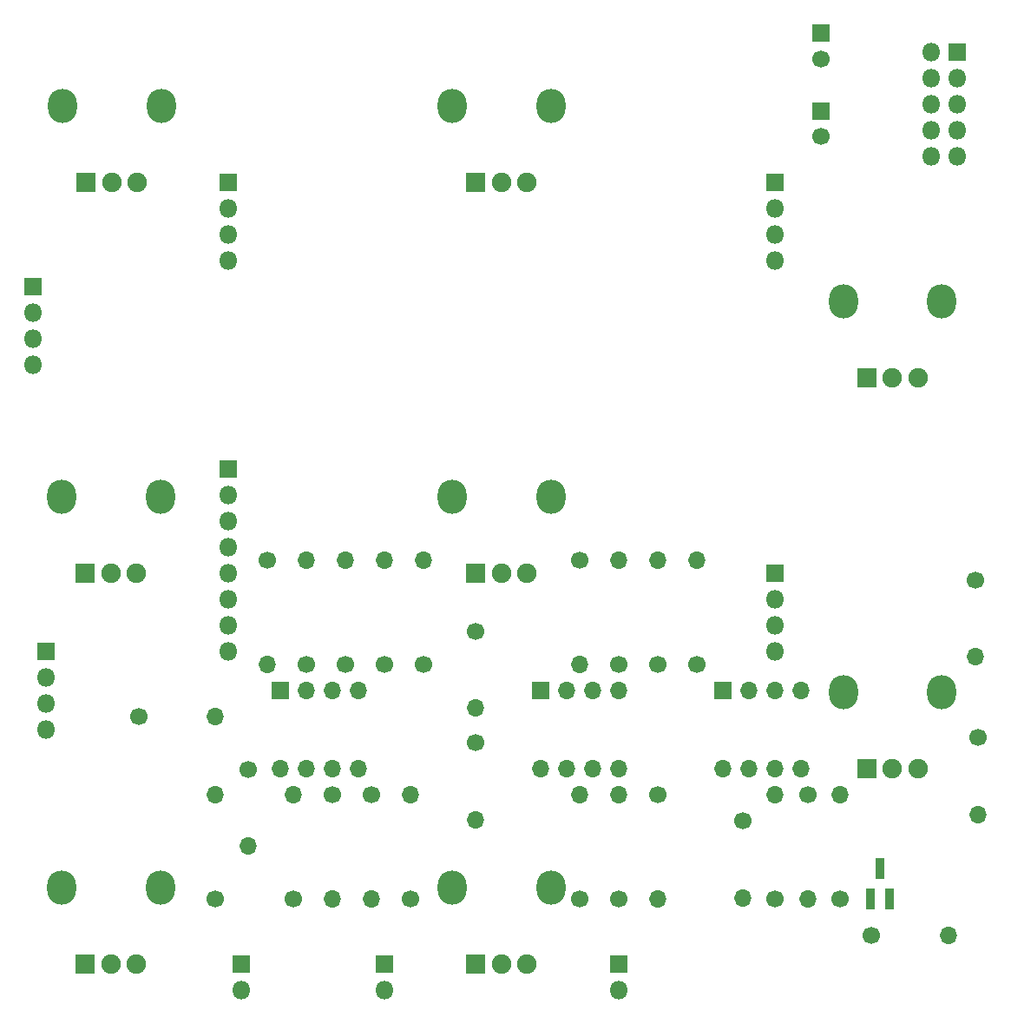
<source format=gbr>
G04 #@! TF.GenerationSoftware,KiCad,Pcbnew,5.1.6-c6e7f7d~86~ubuntu18.04.1*
G04 #@! TF.CreationDate,2020-06-20T09:53:32-04:00*
G04 #@! TF.ProjectId,filter_carrier_board,66696c74-6572-45f6-9361-72726965725f,rev?*
G04 #@! TF.SameCoordinates,Original*
G04 #@! TF.FileFunction,Soldermask,Bot*
G04 #@! TF.FilePolarity,Negative*
%FSLAX46Y46*%
G04 Gerber Fmt 4.6, Leading zero omitted, Abs format (unit mm)*
G04 Created by KiCad (PCBNEW 5.1.6-c6e7f7d~86~ubuntu18.04.1) date 2020-06-20 09:53:32*
%MOMM*%
%LPD*%
G01*
G04 APERTURE LIST*
%ADD10R,0.900000X2.000000*%
%ADD11O,1.700000X1.700000*%
%ADD12R,1.700000X1.700000*%
%ADD13C,1.700000*%
%ADD14O,2.820000X3.340000*%
%ADD15C,1.900000*%
%ADD16R,1.900000X1.900000*%
%ADD17O,1.800000X1.800000*%
%ADD18R,1.800000X1.800000*%
G04 APERTURE END LIST*
D10*
X188026000Y-135430000D03*
X187076000Y-138430000D03*
X188976000Y-138430000D03*
D11*
X172720000Y-125730000D03*
X180340000Y-118110000D03*
X175260000Y-125730000D03*
X177800000Y-118110000D03*
X177800000Y-125730000D03*
X175260000Y-118110000D03*
X180340000Y-125730000D03*
D12*
X172720000Y-118110000D03*
D11*
X177800000Y-128270000D03*
D13*
X177800000Y-138430000D03*
D11*
X180975000Y-138430000D03*
D13*
X180975000Y-128270000D03*
D11*
X197358000Y-114808000D03*
D13*
X197358000Y-107308000D03*
D11*
X197612000Y-130182000D03*
D13*
X197612000Y-122682000D03*
D11*
X174625000Y-138310000D03*
D13*
X174625000Y-130810000D03*
D11*
X194698000Y-141986000D03*
D13*
X187198000Y-141986000D03*
D11*
X129540000Y-125730000D03*
X137160000Y-118110000D03*
X132080000Y-125730000D03*
X134620000Y-118110000D03*
X134620000Y-125730000D03*
X132080000Y-118110000D03*
X137160000Y-125730000D03*
D12*
X129540000Y-118110000D03*
D11*
X154940000Y-125730000D03*
X162560000Y-118110000D03*
X157480000Y-125730000D03*
X160020000Y-118110000D03*
X160020000Y-125730000D03*
X157480000Y-118110000D03*
X162560000Y-125730000D03*
D12*
X154940000Y-118110000D03*
D14*
X184430000Y-118230000D03*
X194030000Y-118230000D03*
D15*
X191730000Y-125730000D03*
X189230000Y-125730000D03*
D16*
X186730000Y-125730000D03*
D14*
X146290000Y-137280000D03*
X155890000Y-137280000D03*
D15*
X153590000Y-144780000D03*
X151090000Y-144780000D03*
D16*
X148590000Y-144780000D03*
D14*
X146290000Y-99180000D03*
X155890000Y-99180000D03*
D15*
X153590000Y-106680000D03*
X151090000Y-106680000D03*
D16*
X148590000Y-106680000D03*
D14*
X146290000Y-61080000D03*
X155890000Y-61080000D03*
D15*
X153590000Y-68580000D03*
X151090000Y-68580000D03*
D16*
X148590000Y-68580000D03*
D14*
X184430000Y-80130000D03*
X194030000Y-80130000D03*
D15*
X191730000Y-87630000D03*
X189230000Y-87630000D03*
D16*
X186730000Y-87630000D03*
D14*
X108190000Y-137280000D03*
X117790000Y-137280000D03*
D15*
X115490000Y-144780000D03*
X112990000Y-144780000D03*
D16*
X110490000Y-144780000D03*
D14*
X108190000Y-99180000D03*
X117790000Y-99180000D03*
D15*
X115490000Y-106680000D03*
X112990000Y-106680000D03*
D16*
X110490000Y-106680000D03*
D14*
X108270000Y-61080000D03*
X117870000Y-61080000D03*
D15*
X115570000Y-68580000D03*
X113070000Y-68580000D03*
D16*
X110570000Y-68580000D03*
D11*
X184150000Y-128270000D03*
D13*
X184150000Y-138430000D03*
D11*
X123190000Y-128270000D03*
D13*
X123190000Y-138430000D03*
D11*
X158750000Y-128270000D03*
D13*
X158750000Y-138430000D03*
D11*
X162560000Y-128270000D03*
D13*
X162560000Y-138430000D03*
D11*
X130810000Y-128270000D03*
D13*
X130810000Y-138430000D03*
D11*
X142240000Y-128270000D03*
D13*
X142240000Y-138430000D03*
D11*
X166370000Y-138430000D03*
D13*
X166370000Y-128270000D03*
D11*
X134620000Y-138430000D03*
D13*
X134620000Y-128270000D03*
D11*
X138430000Y-138430000D03*
D13*
X138430000Y-128270000D03*
D11*
X128270000Y-115570000D03*
D13*
X128270000Y-105410000D03*
D11*
X158750000Y-115570000D03*
D13*
X158750000Y-105410000D03*
D11*
X143510000Y-105410000D03*
D13*
X143510000Y-115570000D03*
D11*
X139700000Y-105410000D03*
D13*
X139700000Y-115570000D03*
D11*
X135890000Y-105410000D03*
D13*
X135890000Y-115570000D03*
D11*
X132080000Y-105410000D03*
D13*
X132080000Y-115570000D03*
D11*
X170180000Y-105410000D03*
D13*
X170180000Y-115570000D03*
D11*
X166370000Y-105410000D03*
D13*
X166370000Y-115570000D03*
D11*
X162560000Y-105410000D03*
D13*
X162560000Y-115570000D03*
D17*
X193040000Y-66040000D03*
X195580000Y-66040000D03*
X193040000Y-63500000D03*
X195580000Y-63500000D03*
X193040000Y-60960000D03*
X195580000Y-60960000D03*
X193040000Y-58420000D03*
X195580000Y-58420000D03*
X193040000Y-55880000D03*
D18*
X195580000Y-55880000D03*
D17*
X125730000Y-147320000D03*
D18*
X125730000Y-144780000D03*
D17*
X124460000Y-114300000D03*
X124460000Y-111760000D03*
X124460000Y-109220000D03*
X124460000Y-106680000D03*
X124460000Y-104140000D03*
X124460000Y-101600000D03*
X124460000Y-99060000D03*
D18*
X124460000Y-96520000D03*
D17*
X124460000Y-76200000D03*
X124460000Y-73660000D03*
X124460000Y-71120000D03*
D18*
X124460000Y-68580000D03*
D17*
X162560000Y-147320000D03*
D18*
X162560000Y-144780000D03*
D17*
X177800000Y-114300000D03*
X177800000Y-111760000D03*
X177800000Y-109220000D03*
D18*
X177800000Y-106680000D03*
D17*
X177800000Y-76200000D03*
X177800000Y-73660000D03*
X177800000Y-71120000D03*
D18*
X177800000Y-68580000D03*
D17*
X139700000Y-147320000D03*
D18*
X139700000Y-144780000D03*
D17*
X105410000Y-86360000D03*
X105410000Y-83820000D03*
X105410000Y-81280000D03*
D18*
X105410000Y-78740000D03*
D17*
X106680000Y-121920000D03*
X106680000Y-119380000D03*
X106680000Y-116840000D03*
D18*
X106680000Y-114300000D03*
D11*
X123190000Y-120650000D03*
D13*
X115690000Y-120650000D03*
D11*
X126359920Y-133255400D03*
D13*
X126359920Y-125755400D03*
D11*
X148590000Y-119786400D03*
D13*
X148590000Y-112286400D03*
D11*
X148590000Y-130690000D03*
D13*
X148590000Y-123190000D03*
X182245000Y-64095000D03*
D12*
X182245000Y-61595000D03*
D13*
X182245000Y-56515000D03*
D12*
X182245000Y-54015000D03*
M02*

</source>
